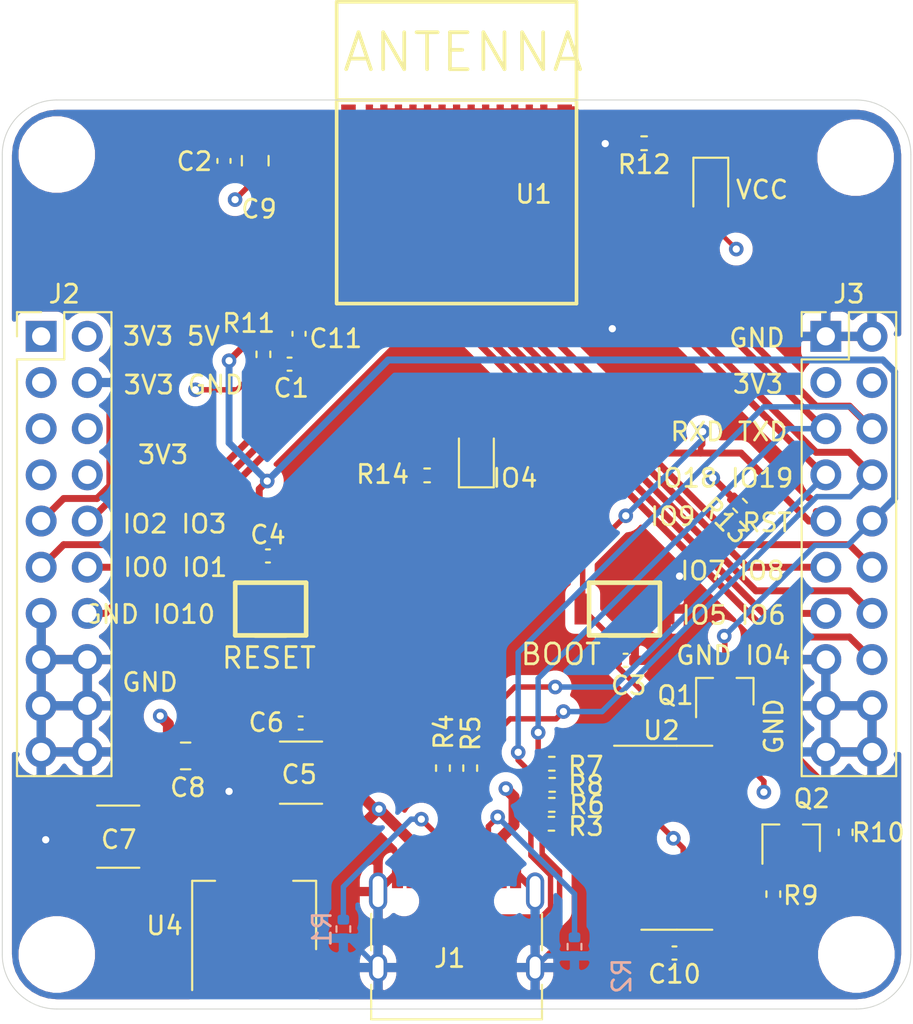
<source format=kicad_pcb>
(kicad_pcb (version 20171130) (host pcbnew "(5.1.12-1-10_14)")
  (layers (0 F.Cu signal) (1 In1.Cu signal) (2 In2.Cu signal) (31 B.Cu signal) (34 B.Paste user) (35 F.Paste user) (36 B.SilkS user) (37 F.SilkS user) (38 B.Mask user) (39 F.Mask user) (44 Edge.Cuts user))
  (net 0 "")
  (net 1 GND)
  (net 2 +3V3)
  (net 3 +5V)
  (net 4 "Net-(J1-PadA5)")
  (net 5 "Net-(J1-PadA7)")
  (net 6 "Net-(J1-PadA6)")
  (net 7 "Net-(J1-PadB5)")
  (net 8 "Net-(Q1-Pad2)")
  (net 9 /RTS)
  (net 10 "Net-(Q2-Pad2)")
  (net 11 /DTR)
  (net 12 /DM)
  (net 13 /DP)
  (net 14 "Net-(R7-Pad1)")
  (net 15 "Net-(R8-Pad1)")
  (net 16 GPIO9)
  (net 17 CHIP_PU)
  (net 18 GPIO2)
  (net 19 GPIO0)
  (net 20 GPIO10)
  (net 21 GPIO1)
  (net 22 GPIO3)
  (net 23 U0TXD)
  (net 24 GPIO19)
  (net 25 GPIO7)
  (net 26 GPIO5)
  (net 27 GPIO4)
  (net 28 GPIO6)
  (net 29 GPIO8)
  (net 30 GPIO18)
  (net 31 U0RXD)
  (net 32 "Net-(D1-Pad1)")
  (net 33 "Net-(D2-Pad1)")
  (module Resistor_SMD:R_0402_1005Metric (layer F.Cu) (at 123.38 70.65)
    (fp_text reference R14 (at -2.45 -0.06) (layer F.SilkS))
    (fp_text value 10K)
    (pad 2 smd roundrect (at 0.51 0) (size 0.54 0.64) (layers F.Cu F.Paste F.Mask) (net 33 "Net-(D2-Pad1)"))
    (pad 1 smd roundrect (at -0.51 0) (size 0.54 0.64) (layers F.Cu F.Paste F.Mask) (net 1 GND))
  )
  (module Resistor_SMD:R_0402_1005Metric (layer F.Cu) (at 135.32 52.38 180)
    (fp_text reference R12 (at 0 -1.17) (layer F.SilkS))
    (fp_text value 10K)
    (pad 2 smd roundrect (at 0.51 0 180) (size 0.54 0.64) (layers F.Cu F.Paste F.Mask) (net 1 GND))
    (pad 1 smd roundrect (at -0.51 0 180) (size 0.54 0.64) (layers F.Cu F.Paste F.Mask) (net 32 "Net-(D1-Pad1)"))
  )
  (module LED_SMD:LED_0805_2012Metric (layer F.Cu) (at 126.09 69.62 90)
    (fp_text reference IO4 (at -1.18 2.12 180) (layer F.SilkS))
    (fp_text value LED)
    (pad 2 smd roundrect (at 0.9375 0 90) (size 0.975 1.4) (layers F.Cu F.Paste F.Mask) (net 27 GPIO4))
    (pad 1 smd roundrect (at -0.9375 0 90) (size 0.975 1.4) (layers F.Cu F.Paste F.Mask) (net 33 "Net-(D2-Pad1)"))
  )
  (module LED_SMD:LED_0805_2012Metric (layer F.Cu) (at 138.99 54.86 270)
    (fp_text reference VCC (at 0.08 -2.82 180) (layer F.SilkS))
    (fp_text value LED)
    (pad 2 smd roundrect (at 0.9375 0 270) (size 0.975 1.4) (layers F.Cu F.Paste F.Mask) (net 2 +3V3))
    (pad 1 smd roundrect (at -0.9375 0 270) (size 0.975 1.4) (layers F.Cu F.Paste F.Mask) (net 32 "Net-(D1-Pad1)"))
  )
  (module Capacitor_SMD:C_1812_4532Metric (layer F.Cu) (at 106.38 90.52 180)
    (fp_text reference C7 (at -0.03 -0.16) (layer F.SilkS))
    (fp_text value 10uF)
    (pad 2 smd roundrect (at 2.05 0 180) (size 1.4 3.4) (layers F.Cu F.Paste F.Mask) (roundrect_rratio 0.1785707142857143) (net 1 GND))
    (pad 1 smd roundrect (at -2.05 0 180) (size 1.4 3.4) (layers F.Cu F.Paste F.Mask) (roundrect_rratio 0.1785707142857143) (net 2 +3V3))
  )
  (module Capacitor_SMD:C_1812_4532Metric (layer F.Cu) (at 116.44 87 180)
    (fp_text reference C5 (at 0.1 -0.1) (layer F.SilkS))
    (fp_text value 10uF)
    (pad 2 smd roundrect (at 2.05 0 180) (size 1.4 3.4) (layers F.Cu F.Paste F.Mask) (roundrect_rratio 0.1785707142857143) (net 1 GND))
    (pad 1 smd roundrect (at -2.05 0 180) (size 1.4 3.4) (layers F.Cu F.Paste F.Mask) (roundrect_rratio 0.1785707142857143) (net 3 +5V))
  )
  (module mybays_connector:turtlekey (layer F.Cu) (at 114.77 78)
    (fp_text reference RESET (at -2.78 2.69) (layer F.SilkS) (effects (font (size 1.143 1.143) (thickness 0.1524)) (justify left)))
    (fp_text value SW_SPST)
    (pad 1 smd rect (at -2.29997 0) (size 0.899998 1.699997) (layers F.Cu F.Paste F.Mask) (net 17 CHIP_PU))
    (pad 2 smd rect (at 2.29997 0) (size 0.899998 1.699997) (layers F.Cu F.Paste F.Mask) (net 1 GND))
  )
  (module mybays_connector:turtlekey (layer F.Cu) (at 134.24 78)
    (fp_text reference BOOT (at -5.8 2.49) (layer F.SilkS) (effects (font (size 1.143 1.143) (thickness 0.1524)) (justify left)))
    (fp_text value SW_SPST)
    (pad 1 smd rect (at -2.29997 0) (size 0.899998 1.699997) (layers F.Cu F.Paste F.Mask) (net 16 GPIO9))
    (pad 2 smd rect (at 2.29997 0) (size 0.899998 1.699997) (layers F.Cu F.Paste F.Mask) (net 1 GND))
  )
  (module Connector_PinHeader_2.54mm:PinHeader_2x10_P2.54mm_Vertical (layer F.Cu) (at 145.32 63)
    (fp_text reference J3 (at 1.27 -2.33) (layer F.SilkS))
    (fp_text value Conn_02x10_Odd_Even)
    (pad 20 thru_hole oval (at 2.54 22.86) (size 1.7 1.7) (drill 1) (layers *.Cu *.Mask) (net 1 GND))
    (pad 19 thru_hole oval (at 0 22.86) (size 1.7 1.7) (drill 1) (layers *.Cu *.Mask) (net 1 GND))
    (pad 18 thru_hole oval (at 2.54 20.32) (size 1.7 1.7) (drill 1) (layers *.Cu *.Mask) (net 1 GND))
    (pad 17 thru_hole oval (at 0 20.32) (size 1.7 1.7) (drill 1) (layers *.Cu *.Mask) (net 1 GND))
    (pad 16 thru_hole oval (at 2.54 17.78) (size 1.7 1.7) (drill 1) (layers *.Cu *.Mask) (net 27 GPIO4))
    (pad 15 thru_hole oval (at 0 17.78) (size 1.7 1.7) (drill 1) (layers *.Cu *.Mask) (net 1 GND))
    (pad 14 thru_hole oval (at 2.54 15.24) (size 1.7 1.7) (drill 1) (layers *.Cu *.Mask) (net 28 GPIO6))
    (pad 13 thru_hole oval (at 0 15.24) (size 1.7 1.7) (drill 1) (layers *.Cu *.Mask) (net 26 GPIO5))
    (pad 12 thru_hole oval (at 2.54 12.7) (size 1.7 1.7) (drill 1) (layers *.Cu *.Mask) (net 29 GPIO8))
    (pad 11 thru_hole oval (at 0 12.7) (size 1.7 1.7) (drill 1) (layers *.Cu *.Mask) (net 25 GPIO7))
    (pad 10 thru_hole oval (at 2.54 10.16) (size 1.7 1.7) (drill 1) (layers *.Cu *.Mask) (net 17 CHIP_PU))
    (pad 9 thru_hole oval (at 0 10.16) (size 1.7 1.7) (drill 1) (layers *.Cu *.Mask) (net 16 GPIO9))
    (pad 8 thru_hole oval (at 2.54 7.62) (size 1.7 1.7) (drill 1) (layers *.Cu *.Mask) (net 24 GPIO19))
    (pad 7 thru_hole oval (at 0 7.62) (size 1.7 1.7) (drill 1) (layers *.Cu *.Mask) (net 30 GPIO18))
    (pad 6 thru_hole oval (at 2.54 5.08) (size 1.7 1.7) (drill 1) (layers *.Cu *.Mask) (net 23 U0TXD))
    (pad 5 thru_hole oval (at 0 5.08) (size 1.7 1.7) (drill 1) (layers *.Cu *.Mask) (net 31 U0RXD))
    (pad 4 thru_hole oval (at 2.54 2.54) (size 1.7 1.7) (drill 1) (layers *.Cu *.Mask) (net 2 +3V3))
    (pad 3 thru_hole oval (at 0 2.54) (size 1.7 1.7) (drill 1) (layers *.Cu *.Mask) (net 2 +3V3))
    (pad 2 thru_hole oval (at 2.54 0) (size 1.7 1.7) (drill 1) (layers *.Cu *.Mask) (net 1 GND))
    (pad 1 thru_hole rect (at 0 0) (size 1.7 1.7) (drill 1) (layers *.Cu *.Mask) (net 1 GND))
  )
  (module Connector_PinHeader_2.54mm:PinHeader_2x10_P2.54mm_Vertical (layer F.Cu) (at 102.14 63)
    (fp_text reference J2 (at 1.27 -2.33) (layer F.SilkS))
    (fp_text value Conn_02x10_Odd_Even)
    (pad 20 thru_hole oval (at 2.54 22.86) (size 1.7 1.7) (drill 1) (layers *.Cu *.Mask) (net 1 GND))
    (pad 19 thru_hole oval (at 0 22.86) (size 1.7 1.7) (drill 1) (layers *.Cu *.Mask) (net 1 GND))
    (pad 18 thru_hole oval (at 2.54 20.32) (size 1.7 1.7) (drill 1) (layers *.Cu *.Mask) (net 1 GND))
    (pad 17 thru_hole oval (at 0 20.32) (size 1.7 1.7) (drill 1) (layers *.Cu *.Mask) (net 1 GND))
    (pad 16 thru_hole oval (at 2.54 17.78) (size 1.7 1.7) (drill 1) (layers *.Cu *.Mask) (net 1 GND))
    (pad 15 thru_hole oval (at 0 17.78) (size 1.7 1.7) (drill 1) (layers *.Cu *.Mask) (net 1 GND))
    (pad 14 thru_hole oval (at 2.54 15.24) (size 1.7 1.7) (drill 1) (layers *.Cu *.Mask) (net 20 GPIO10))
    (pad 13 thru_hole oval (at 0 15.24) (size 1.7 1.7) (drill 1) (layers *.Cu *.Mask) (net 1 GND))
    (pad 12 thru_hole oval (at 2.54 12.7) (size 1.7 1.7) (drill 1) (layers *.Cu *.Mask) (net 21 GPIO1))
    (pad 11 thru_hole oval (at 0 12.7) (size 1.7 1.7) (drill 1) (layers *.Cu *.Mask) (net 19 GPIO0))
    (pad 10 thru_hole oval (at 2.54 10.16) (size 1.7 1.7) (drill 1) (layers *.Cu *.Mask) (net 22 GPIO3))
    (pad 9 thru_hole oval (at 0 10.16) (size 1.7 1.7) (drill 1) (layers *.Cu *.Mask) (net 18 GPIO2))
    (pad 8 thru_hole oval (at 2.54 7.62) (size 1.7 1.7) (drill 1) (layers *.Cu *.Mask) (net 2 +3V3))
    (pad 7 thru_hole oval (at 0 7.62) (size 1.7 1.7) (drill 1) (layers *.Cu *.Mask) (net 2 +3V3))
    (pad 6 thru_hole oval (at 2.54 5.08) (size 1.7 1.7) (drill 1) (layers *.Cu *.Mask) (net 2 +3V3))
    (pad 5 thru_hole oval (at 0 5.08) (size 1.7 1.7) (drill 1) (layers *.Cu *.Mask) (net 2 +3V3))
    (pad 4 thru_hole oval (at 2.54 2.54) (size 1.7 1.7) (drill 1) (layers *.Cu *.Mask) (net 1 GND))
    (pad 3 thru_hole oval (at 0 2.54) (size 1.7 1.7) (drill 1) (layers *.Cu *.Mask) (net 2 +3V3))
    (pad 2 thru_hole oval (at 2.54 0) (size 1.7 1.7) (drill 1) (layers *.Cu *.Mask) (net 3 +5V))
    (pad 1 thru_hole rect (at 0 0) (size 1.7 1.7) (drill 1) (layers *.Cu *.Mask) (net 2 +3V3))
  )
  (module MountingHole:MountingHole_3.2mm_M3_ISO7380 (layer F.Cu) (at 147 97)
    (fp_text reference H4 (at 0.03 -0.05) (layer F.SilkS))
    (fp_text value MountingHole)
    (pad 1 np_thru_hole circle (at 0 0) (size 3.2 3.2) (drill 3.2) (layers *.Cu *.Mask))
  )
  (module MountingHole:MountingHole_3.2mm_M3_ISO7380 (layer F.Cu) (at 146.96 53.17)
    (fp_text reference H3 (at 0.02 0.09) (layer F.SilkS))
    (fp_text value MountingHole)
    (pad 1 np_thru_hole circle (at 0 0) (size 3.2 3.2) (drill 3.2) (layers *.Cu *.Mask))
  )
  (module MountingHole:MountingHole_3.2mm_M3_ISO7380 (layer F.Cu) (at 103 97)
    (fp_text reference H2 (at 0.05 0.12) (layer F.SilkS))
    (fp_text value MountingHole)
    (pad 1 np_thru_hole circle (at 0 0) (size 3.2 3.2) (drill 3.2) (layers *.Cu *.Mask))
  )
  (module MountingHole:MountingHole_3.2mm_M3_ISO7380 (layer F.Cu) (at 103 53)
    (fp_text reference H1 (at -0.03 -0.03) (layer F.SilkS))
    (fp_text value MountingHole)
    (pad 1 np_thru_hole circle (at 0 0) (size 3.2 3.2) (drill 3.2) (layers *.Cu *.Mask))
  )
  (module Package_TO_SOT_SMD:SOT-223-3_TabPin2 (layer F.Cu) (at 113.86 94.86 90)
    (fp_text reference U4 (at -0.56 -4.93 180) (layer F.SilkS))
    (fp_text value AP1117-33)
    (pad 1 smd rect (at -3.15 -2.3 90) (size 2 1.5) (layers F.Cu F.Paste F.Mask) (net 1 GND))
    (pad 3 smd rect (at -3.15 2.3 90) (size 2 1.5) (layers F.Cu F.Paste F.Mask) (net 3 +5V))
    (pad 2 smd rect (at -3.15 0 90) (size 2 1.5) (layers F.Cu F.Paste F.Mask) (net 2 +3V3))
    (pad 2 smd rect (at 3.15 0 90) (size 2 3.8) (layers F.Cu F.Paste F.Mask) (net 2 +3V3))
  )
  (module Package_SO:SOIC-16_3.9x9.9mm_P1.27mm (layer F.Cu) (at 137.12 90.58)
    (fp_text reference U2 (at -0.85 -5.9) (layer F.SilkS))
    (fp_text value CH340C)
    (pad 16 smd roundrect (at 2.475 -4.445) (size 1.95 0.6) (layers F.Cu F.Paste F.Mask) (net 2 +3V3))
    (pad 15 smd roundrect (at 2.475 -3.175) (size 1.95 0.6) (layers F.Cu F.Paste F.Mask))
    (pad 14 smd roundrect (at 2.475 -1.905) (size 1.95 0.6) (layers F.Cu F.Paste F.Mask) (net 9 /RTS))
    (pad 13 smd roundrect (at 2.475 -0.635) (size 1.95 0.6) (layers F.Cu F.Paste F.Mask) (net 11 /DTR))
    (pad 12 smd roundrect (at 2.475 0.635) (size 1.95 0.6) (layers F.Cu F.Paste F.Mask))
    (pad 11 smd roundrect (at 2.475 1.905) (size 1.95 0.6) (layers F.Cu F.Paste F.Mask))
    (pad 10 smd roundrect (at 2.475 3.175) (size 1.95 0.6) (layers F.Cu F.Paste F.Mask))
    (pad 9 smd roundrect (at 2.475 4.445) (size 1.95 0.6) (layers F.Cu F.Paste F.Mask))
    (pad 8 smd roundrect (at -2.475 4.445) (size 1.95 0.6) (layers F.Cu F.Paste F.Mask))
    (pad 7 smd roundrect (at -2.475 3.175) (size 1.95 0.6) (layers F.Cu F.Paste F.Mask))
    (pad 6 smd roundrect (at -2.475 1.905) (size 1.95 0.6) (layers F.Cu F.Paste F.Mask) (net 12 /DM))
    (pad 5 smd roundrect (at -2.475 0.635) (size 1.95 0.6) (layers F.Cu F.Paste F.Mask) (net 13 /DP))
    (pad 4 smd roundrect (at -2.475 -0.635) (size 1.95 0.6) (layers F.Cu F.Paste F.Mask) (net 2 +3V3))
    (pad 3 smd roundrect (at -2.475 -1.905) (size 1.95 0.6) (layers F.Cu F.Paste F.Mask) (net 15 "Net-(R8-Pad1)"))
    (pad 2 smd roundrect (at -2.475 -3.175) (size 1.95 0.6) (layers F.Cu F.Paste F.Mask) (net 14 "Net-(R7-Pad1)"))
    (pad 1 smd roundrect (at -2.475 -4.445) (size 1.95 0.6) (layers F.Cu F.Paste F.Mask) (net 1 GND))
  )
  (module mybays_modules:ESP32-C3-MINI (layer F.Cu) (at 125 55.6)
    (fp_text reference U1 (at 4.24 -0.42) (layer F.SilkS))
    (fp_text value ESP32-C3-MINI-1)
    (fp_text user ANTENNA (at -6.400038 -8.224012) (layer F.SilkS) (effects (font (size 2.032 2.032) (thickness 0.2032)) (justify left)))
    (pad 46 smd rect (at -3.199892 -4.949952 90) (size 0.799998 0.399999) (layers F.Cu F.Paste F.Mask) (net 1 GND))
    (pad 45 smd rect (at -2.399792 -4.949952 90) (size 0.799998 0.399999) (layers F.Cu F.Paste F.Mask) (net 1 GND))
    (pad 44 smd rect (at -1.599946 -4.949952 90) (size 0.799998 0.399999) (layers F.Cu F.Paste F.Mask) (net 1 GND))
    (pad 43 smd rect (at -0.799846 -4.949952 90) (size 0.799998 0.399999) (layers F.Cu F.Paste F.Mask) (net 1 GND))
    (pad 42 smd rect (at 0.000254 -4.949952 90) (size 0.799998 0.399999) (layers F.Cu F.Paste F.Mask) (net 1 GND))
    (pad 41 smd rect (at 0.8001 -4.949952 90) (size 0.799998 0.399999) (layers F.Cu F.Paste F.Mask) (net 1 GND))
    (pad 40 smd rect (at 1.6002 -4.949952 90) (size 0.799998 0.399999) (layers F.Cu F.Paste F.Mask) (net 1 GND))
    (pad 39 smd rect (at 2.400046 -4.949952 90) (size 0.799998 0.399999) (layers F.Cu F.Paste F.Mask) (net 1 GND))
    (pad 38 smd rect (at 3.200146 -4.949952 90) (size 0.799998 0.399999) (layers F.Cu F.Paste F.Mask) (net 1 GND))
    (pad 37 smd rect (at 3.999992 -4.949952 90) (size 0.799998 0.399999) (layers F.Cu F.Paste F.Mask) (net 1 GND))
    (pad 36 smd rect (at 4.800092 -4.949952 90) (size 0.799998 0.399999) (layers F.Cu F.Paste F.Mask) (net 1 GND))
    (pad 30 smd rect (at 5.94995 0 180) (size 0.799998 0.399999) (layers F.Cu F.Paste F.Mask) (net 31 U0RXD))
    (pad 29 smd rect (at 5.94995 0.8001 180) (size 0.799998 0.399999) (layers F.Cu F.Paste F.Mask))
    (pad 28 smd rect (at 5.94995 1.599946 180) (size 0.799998 0.399999) (layers F.Cu F.Paste F.Mask))
    (pad 27 smd rect (at 5.94995 2.400046 180) (size 0.799998 0.399999) (layers F.Cu F.Paste F.Mask) (net 24 GPIO19))
    (pad 26 smd rect (at 5.94995 3.200146 180) (size 0.799998 0.399999) (layers F.Cu F.Paste F.Mask) (net 30 GPIO18))
    (pad 25 smd rect (at 5.94995 3.999992 180) (size 0.799998 0.399999) (layers F.Cu F.Paste F.Mask))
    (pad 12 smd rect (at -4.800092 4.949952 90) (size 0.799998 0.399999) (layers F.Cu F.Paste F.Mask) (net 19 GPIO0))
    (pad 13 smd rect (at -3.999992 4.949952 90) (size 0.799998 0.399999) (layers F.Cu F.Paste F.Mask) (net 21 GPIO1))
    (pad 14 smd rect (at -3.200146 4.949952 90) (size 0.799998 0.399999) (layers F.Cu F.Paste F.Mask) (net 1 GND))
    (pad 15 smd rect (at -2.400046 4.949952 90) (size 0.799998 0.399999) (layers F.Cu F.Paste F.Mask))
    (pad 49 smd rect (at 0 0) (size 1.45001 1.45001) (layers F.Cu F.Paste F.Mask) (net 1 GND))
    (pad 53 smd rect (at -5.94995 -4.949952) (size 0.799998 0.799998) (layers F.Cu F.Paste F.Mask))
    (pad 52 smd rect (at -5.94995 4.949952) (size 0.799998 0.799998) (layers F.Cu F.Paste F.Mask) (net 1 GND))
    (pad 51 smd rect (at 5.94995 4.949952) (size 0.799998 0.799998) (layers F.Cu F.Paste F.Mask) (net 1 GND))
    (pad 50 smd rect (at 5.94995 -4.949952) (size 0.799998 0.799998) (layers F.Cu F.Paste F.Mask) (net 1 GND))
    (pad 1 smd rect (at -5.94995 -3.999992) (size 0.799998 0.399999) (layers F.Cu F.Paste F.Mask) (net 1 GND))
    (pad 2 smd rect (at -5.94995 -3.199892) (size 0.799998 0.399999) (layers F.Cu F.Paste F.Mask) (net 1 GND))
    (pad 3 smd rect (at -5.94995 -2.400046) (size 0.799998 0.399999) (layers F.Cu F.Paste F.Mask) (net 2 +3V3))
    (pad 4 smd rect (at -5.94995 -1.599946) (size 0.799998 0.399999) (layers F.Cu F.Paste F.Mask))
    (pad 5 smd rect (at -5.94995 -0.8001) (size 0.799998 0.399999) (layers F.Cu F.Paste F.Mask) (net 18 GPIO2))
    (pad 6 smd rect (at -5.94995 0) (size 0.799998 0.399999) (layers F.Cu F.Paste F.Mask) (net 22 GPIO3))
    (pad 7 smd rect (at -5.94995 0.799846) (size 0.799998 0.399999) (layers F.Cu F.Paste F.Mask))
    (pad 8 smd rect (at -5.94995 1.599946) (size 0.799998 0.399999) (layers F.Cu F.Paste F.Mask) (net 17 CHIP_PU))
    (pad 9 smd rect (at -5.94995 2.400046) (size 0.799998 0.399999) (layers F.Cu F.Paste F.Mask))
    (pad 10 smd rect (at -5.94995 3.199892) (size 0.799998 0.399999) (layers F.Cu F.Paste F.Mask))
    (pad 11 smd rect (at -5.94995 3.999992) (size 0.799998 0.399999) (layers F.Cu F.Paste F.Mask) (net 1 GND))
    (pad 16 smd rect (at -1.599946 4.949952 90) (size 0.799998 0.399999) (layers F.Cu F.Paste F.Mask) (net 20 GPIO10))
    (pad 17 smd rect (at -0.799846 4.949952 90) (size 0.799998 0.399999) (layers F.Cu F.Paste F.Mask))
    (pad 18 smd rect (at 0 4.949952 90) (size 0.799998 0.399999) (layers F.Cu F.Paste F.Mask) (net 27 GPIO4))
    (pad 19 smd rect (at 0.8001 4.949952 90) (size 0.799998 0.399999) (layers F.Cu F.Paste F.Mask) (net 26 GPIO5))
    (pad 20 smd rect (at 1.599946 4.949952 90) (size 0.799998 0.399999) (layers F.Cu F.Paste F.Mask) (net 28 GPIO6))
    (pad 21 smd rect (at 2.400046 4.949952 90) (size 0.799998 0.399999) (layers F.Cu F.Paste F.Mask) (net 25 GPIO7))
    (pad 22 smd rect (at 3.199892 4.949952 90) (size 0.799998 0.399999) (layers F.Cu F.Paste F.Mask) (net 29 GPIO8))
    (pad 23 smd rect (at 3.999992 4.949952 90) (size 0.799998 0.399999) (layers F.Cu F.Paste F.Mask) (net 16 GPIO9))
    (pad 24 smd rect (at 4.800092 4.949952 90) (size 0.799998 0.399999) (layers F.Cu F.Paste F.Mask))
    (pad 31 smd rect (at 5.94995 -0.799846) (size 0.799998 0.399999) (layers F.Cu F.Paste F.Mask) (net 23 U0TXD))
    (pad 32 smd rect (at 5.94995 -1.599946) (size 0.799998 0.399999) (layers F.Cu F.Paste F.Mask))
    (pad 33 smd rect (at 5.94995 -2.399792) (size 0.799998 0.399999) (layers F.Cu F.Paste F.Mask))
    (pad 34 smd rect (at 5.94995 -3.200146) (size 0.799998 0.399999) (layers F.Cu F.Paste F.Mask))
    (pad 35 smd rect (at 5.94995 -3.999992) (size 0.799998 0.399999) (layers F.Cu F.Paste F.Mask))
    (pad 47 smd rect (at -3.999992 -4.949952 90) (size 0.799998 0.399999) (layers F.Cu F.Paste F.Mask) (net 1 GND))
    (pad 48 smd rect (at -4.799838 -4.949952 90) (size 0.799998 0.399999) (layers F.Cu F.Paste F.Mask) (net 1 GND))
    (pad 49 smd rect (at 1.975104 0) (size 1.45001 1.45001) (layers F.Cu F.Paste F.Mask) (net 1 GND))
    (pad 49 smd rect (at 1.975104 -1.975104) (size 1.45001 1.45001) (layers F.Cu F.Paste F.Mask) (net 1 GND))
    (pad 49 smd rect (at 0 -1.975104) (size 1.45001 1.45001) (layers F.Cu F.Paste F.Mask) (net 1 GND))
    (pad 49 smd rect (at -1.975104 0) (size 1.45001 1.45001) (layers F.Cu F.Paste F.Mask) (net 1 GND))
    (pad 49 smd rect (at -1.975104 1.975104) (size 1.45001 1.45001) (layers F.Cu F.Paste F.Mask) (net 1 GND))
    (pad 49 smd rect (at 0 1.975104) (size 1.45001 1.45001) (layers F.Cu F.Paste F.Mask) (net 1 GND))
    (pad 49 smd rect (at 1.975104 1.975104) (size 1.45001 1.45001) (layers F.Cu F.Paste F.Mask) (net 1 GND))
    (pad 49 smd custom (at -1.975028 -1.975028) (size 0 0) (layers F.Cu F.Paste F.Mask) (net 1 GND) (options (clearance outline) (anchor circle)) (primitives (gr_poly (pts (xy -0.724967 -0.124968) (xy -0.124968 -0.724967) (xy 0.725018 -0.724967) (xy 0.725018 0.725018) (xy -0.724967 0.725018)) (width 0))))
  )
  (module Resistor_SMD:R_0402_1005Metric (layer F.Cu) (at 140.6 72.31 135)
    (fp_text reference R13 (at 0 -1.17 135) (layer F.SilkS))
    (fp_text value 10K)
    (pad 2 smd roundrect (at 0.51 0 135) (size 0.54 0.64) (layers F.Cu F.Paste F.Mask) (net 2 +3V3))
    (pad 1 smd roundrect (at -0.51 0 135) (size 0.54 0.64) (layers F.Cu F.Paste F.Mask) (net 29 GPIO8))
  )
  (module Resistor_SMD:R_0402_1005Metric (layer F.Cu) (at 114.37 63.99 90)
    (fp_text reference R11 (at 1.71 -0.81 180) (layer F.SilkS))
    (fp_text value 10K)
    (pad 2 smd roundrect (at 0.51 0 90) (size 0.54 0.64) (layers F.Cu F.Paste F.Mask) (net 17 CHIP_PU))
    (pad 1 smd roundrect (at -0.51 0 90) (size 0.54 0.64) (layers F.Cu F.Paste F.Mask) (net 2 +3V3))
  )
  (module Resistor_SMD:R_0402_1005Metric (layer F.Cu) (at 146.41 90.28 270)
    (fp_text reference R10 (at 0.02 -1.8 180) (layer F.SilkS))
    (fp_text value 10K)
    (pad 2 smd roundrect (at 0.51 0 270) (size 0.54 0.64) (layers F.Cu F.Paste F.Mask) (net 10 "Net-(Q2-Pad2)"))
    (pad 1 smd roundrect (at -0.51 0 270) (size 0.54 0.64) (layers F.Cu F.Paste F.Mask) (net 9 /RTS))
  )
  (module Resistor_SMD:R_0402_1005Metric (layer F.Cu) (at 142.43 93.68 270)
    (fp_text reference R9 (at 0.08 -1.51 180) (layer F.SilkS))
    (fp_text value 10K)
    (pad 2 smd roundrect (at 0.51 0 270) (size 0.54 0.64) (layers F.Cu F.Paste F.Mask) (net 8 "Net-(Q1-Pad2)"))
    (pad 1 smd roundrect (at -0.51 0 270) (size 0.54 0.64) (layers F.Cu F.Paste F.Mask) (net 11 /DTR))
  )
  (module Resistor_SMD:R_0402_1005Metric (layer F.Cu) (at 130.26 87.67 180)
    (fp_text reference R8 (at -1.86 -0.01) (layer F.SilkS))
    (fp_text value 0)
    (pad 2 smd roundrect (at 0.51 0 180) (size 0.54 0.64) (layers F.Cu F.Paste F.Mask) (net 23 U0TXD))
    (pad 1 smd roundrect (at -0.51 0 180) (size 0.54 0.64) (layers F.Cu F.Paste F.Mask) (net 15 "Net-(R8-Pad1)"))
  )
  (module Resistor_SMD:R_0402_1005Metric (layer F.Cu) (at 130.24 86.51 180)
    (fp_text reference R7 (at -1.87 -0.12) (layer F.SilkS))
    (fp_text value 0)
    (pad 2 smd roundrect (at 0.51 0 180) (size 0.54 0.64) (layers F.Cu F.Paste F.Mask) (net 31 U0RXD))
    (pad 1 smd roundrect (at -0.51 0 180) (size 0.54 0.64) (layers F.Cu F.Paste F.Mask) (net 14 "Net-(R7-Pad1)"))
  )
  (module Resistor_SMD:R_0402_1005Metric (layer F.Cu) (at 130.24 88.77)
    (fp_text reference R6 (at 1.94 0) (layer F.SilkS))
    (fp_text value 0)
    (pad 2 smd roundrect (at 0.51 0) (size 0.54 0.64) (layers F.Cu F.Paste F.Mask) (net 13 /DP))
    (pad 1 smd roundrect (at -0.51 0) (size 0.54 0.64) (layers F.Cu F.Paste F.Mask) (net 6 "Net-(J1-PadA6)"))
  )
  (module Resistor_SMD:R_0402_1005Metric (layer F.Cu) (at 125.75 86.75 90)
    (fp_text reference R5 (at 1.91 0.03 90) (layer F.SilkS))
    (fp_text value NC)
    (pad 2 smd roundrect (at 0.51 0 90) (size 0.54 0.64) (layers F.Cu F.Paste F.Mask) (net 24 GPIO19))
    (pad 1 smd roundrect (at -0.51 0 90) (size 0.54 0.64) (layers F.Cu F.Paste F.Mask) (net 6 "Net-(J1-PadA6)"))
  )
  (module Resistor_SMD:R_0402_1005Metric (layer F.Cu) (at 124.25 86.75 90)
    (fp_text reference R4 (at 1.99 0.04 90) (layer F.SilkS))
    (fp_text value NC)
    (pad 2 smd roundrect (at 0.51 0 90) (size 0.54 0.64) (layers F.Cu F.Paste F.Mask) (net 30 GPIO18))
    (pad 1 smd roundrect (at -0.51 0 90) (size 0.54 0.64) (layers F.Cu F.Paste F.Mask) (net 5 "Net-(J1-PadA7)"))
  )
  (module Resistor_SMD:R_0402_1005Metric (layer F.Cu) (at 130.22 89.81)
    (fp_text reference R3 (at 1.9 0.15) (layer F.SilkS))
    (fp_text value 0)
    (pad 2 smd roundrect (at 0.51 0) (size 0.54 0.64) (layers F.Cu F.Paste F.Mask) (net 12 /DM))
    (pad 1 smd roundrect (at -0.51 0) (size 0.54 0.64) (layers F.Cu F.Paste F.Mask) (net 5 "Net-(J1-PadA7)"))
  )
  (module Resistor_SMD:R_0402_1005Metric (layer B.Cu) (at 131.49 96.57 270)
    (fp_text reference R2 (at 1.61 -2.6 270) (layer B.SilkS) (effects (justify mirror)))
    (fp_text value 5K)
    (pad 2 smd roundrect (at 0.51 0 270) (size 0.54 0.64) (layers B.Cu B.Paste B.Mask) (net 1 GND))
    (pad 1 smd roundrect (at -0.51 0 270) (size 0.54 0.64) (layers B.Cu B.Paste B.Mask) (net 7 "Net-(J1-PadB5)"))
  )
  (module Resistor_SMD:R_0402_1005Metric (layer B.Cu) (at 118.77 95.6 270)
    (fp_text reference R1 (at 0 1.17 270) (layer B.SilkS) (effects (justify mirror)))
    (fp_text value 5K)
    (pad 2 smd roundrect (at 0.51 0 270) (size 0.54 0.64) (layers B.Cu B.Paste B.Mask) (net 1 GND))
    (pad 1 smd roundrect (at -0.51 0 270) (size 0.54 0.64) (layers B.Cu B.Paste B.Mask) (net 4 "Net-(J1-PadA5)"))
  )
  (module Package_TO_SOT_SMD:SOT-23 (layer F.Cu) (at 143.41 90.61 90)
    (fp_text reference Q2 (at 2.18 1.13 180) (layer F.SilkS))
    (fp_text value S8050)
    (pad 3 smd rect (at 1 0 90) (size 0.9 0.8) (layers F.Cu F.Paste F.Mask) (net 16 GPIO9))
    (pad 2 smd rect (at -1 0.95 90) (size 0.9 0.8) (layers F.Cu F.Paste F.Mask) (net 10 "Net-(Q2-Pad2)"))
    (pad 1 smd rect (at -1 -0.95 90) (size 0.9 0.8) (layers F.Cu F.Paste F.Mask) (net 11 /DTR))
  )
  (module Package_TO_SOT_SMD:SOT-23 (layer F.Cu) (at 139.76 82.55 90)
    (fp_text reference Q1 (at -0.2 -2.72 180) (layer F.SilkS))
    (fp_text value S8050)
    (pad 3 smd rect (at 1 0 90) (size 0.9 0.8) (layers F.Cu F.Paste F.Mask) (net 17 CHIP_PU))
    (pad 2 smd rect (at -1 0.95 90) (size 0.9 0.8) (layers F.Cu F.Paste F.Mask) (net 8 "Net-(Q1-Pad2)"))
    (pad 1 smd rect (at -1 -0.95 90) (size 0.9 0.8) (layers F.Cu F.Paste F.Mask) (net 9 /RTS))
  )
  (module mybays_connector:USB_C (layer F.Cu) (at 125 96.67)
    (fp_text reference J1 (at -0.38 0.54) (layer F.SilkS))
    (fp_text value USB_C)
    (pad B1 smd rect (at 3.25 -4.045) (size 0.6 1.45) (layers F.Cu F.Paste F.Mask) (net 1 GND))
    (pad A9 smd rect (at 2.45 -4.045) (size 0.6 1.45) (layers F.Cu F.Paste F.Mask) (net 3 +5V))
    (pad B9 smd rect (at -2.45 -4.045) (size 0.6 1.45) (layers F.Cu F.Paste F.Mask) (net 3 +5V))
    (pad B12 smd rect (at -3.25 -4.045) (size 0.6 1.45) (layers F.Cu F.Paste F.Mask) (net 1 GND))
    (pad A1 smd rect (at -3.25 -4.045) (size 0.6 1.45) (layers F.Cu F.Paste F.Mask) (net 1 GND))
    (pad A4 smd rect (at -2.45 -4.045) (size 0.6 1.45) (layers F.Cu F.Paste F.Mask) (net 3 +5V))
    (pad B4 smd rect (at 2.45 -4.045) (size 0.6 1.45) (layers F.Cu F.Paste F.Mask) (net 3 +5V))
    (pad A12 smd rect (at 3.25 -4.045) (size 0.6 1.45) (layers F.Cu F.Paste F.Mask) (net 1 GND))
    (pad B8 smd rect (at -1.75 -4.045) (size 0.3 1.45) (layers F.Cu F.Paste F.Mask))
    (pad A5 smd rect (at -1.25 -4.045) (size 0.3 1.45) (layers F.Cu F.Paste F.Mask) (net 4 "Net-(J1-PadA5)"))
    (pad B7 smd rect (at -0.75 -4.045) (size 0.3 1.45) (layers F.Cu F.Paste F.Mask) (net 5 "Net-(J1-PadA7)"))
    (pad A7 smd rect (at 0.25 -4.045) (size 0.3 1.45) (layers F.Cu F.Paste F.Mask) (net 5 "Net-(J1-PadA7)"))
    (pad B6 smd rect (at 0.75 -4.045) (size 0.3 1.45) (layers F.Cu F.Paste F.Mask) (net 6 "Net-(J1-PadA6)"))
    (pad A8 smd rect (at 1.25 -4.045) (size 0.3 1.45) (layers F.Cu F.Paste F.Mask))
    (pad B5 smd rect (at 1.75 -4.045) (size 0.3 1.45) (layers F.Cu F.Paste F.Mask) (net 7 "Net-(J1-PadB5)"))
    (pad A6 smd rect (at -0.25 -4.045) (size 0.3 1.45) (layers F.Cu F.Paste F.Mask) (net 6 "Net-(J1-PadA6)"))
    (pad S1 thru_hole oval (at 4.32 -3.13) (size 1 2.1) (drill oval 0.6 1.7) (layers *.Cu *.Mask) (net 1 GND))
    (pad S1 thru_hole oval (at -4.32 -3.13) (size 1 2.1) (drill oval 0.6 1.7) (layers *.Cu *.Mask) (net 1 GND))
    (pad "" np_thru_hole circle (at -2.89 -2.6) (size 0.65 0.65) (drill 0.65) (layers *.Cu *.Mask))
    (pad S1 thru_hole oval (at -4.32 1.05) (size 1 1.6) (drill oval 0.6 1.2) (layers *.Cu *.Mask) (net 1 GND))
    (pad "" np_thru_hole circle (at 2.89 -2.6) (size 0.65 0.65) (drill 0.65) (layers *.Cu *.Mask))
    (pad S1 thru_hole oval (at 4.32 1.05) (size 1 1.6) (drill oval 0.6 1.2) (layers *.Cu *.Mask) (net 1 GND))
  )
  (module Capacitor_SMD:C_0402_1005Metric (layer F.Cu) (at 116.33 62.86 270)
    (fp_text reference C11 (at 0.26 -2.02 180) (layer F.SilkS))
    (fp_text value 1uF)
    (pad 2 smd roundrect (at 0.48 0 270) (size 0.56 0.62) (layers F.Cu F.Paste F.Mask) (net 1 GND))
    (pad 1 smd roundrect (at -0.48 0 270) (size 0.56 0.62) (layers F.Cu F.Paste F.Mask) (net 17 CHIP_PU))
  )
  (module Capacitor_SMD:C_0402_1005Metric (layer F.Cu) (at 136.99 96.92 180)
    (fp_text reference C10 (at 0 -1.16) (layer F.SilkS))
    (fp_text value 0.1uF)
    (pad 2 smd roundrect (at 0.48 0 180) (size 0.56 0.62) (layers F.Cu F.Paste F.Mask) (net 1 GND))
    (pad 1 smd roundrect (at -0.48 0 180) (size 0.56 0.62) (layers F.Cu F.Paste F.Mask) (net 2 +3V3))
  )
  (module Capacitor_SMD:C_0805_2012Metric (layer F.Cu) (at 113.92 53.34 90)
    (fp_text reference C9 (at -2.66 0.21 180) (layer F.SilkS))
    (fp_text value 10uF)
    (pad 2 smd roundrect (at 0.95 0 90) (size 1 1.45) (layers F.Cu F.Paste F.Mask) (net 1 GND))
    (pad 1 smd roundrect (at -0.95 0 90) (size 1 1.45) (layers F.Cu F.Paste F.Mask) (net 2 +3V3))
  )
  (module Capacitor_SMD:C_0805_2012Metric (layer F.Cu) (at 110.09 86.08)
    (fp_text reference C8 (at 0.12 1.74) (layer F.SilkS))
    (fp_text value 10uF)
    (pad 2 smd roundrect (at 0.95 0) (size 1 1.45) (layers F.Cu F.Paste F.Mask) (net 1 GND))
    (pad 1 smd roundrect (at -0.95 0) (size 1 1.45) (layers F.Cu F.Paste F.Mask) (net 2 +3V3))
  )
  (module Capacitor_SMD:C_0402_1005Metric (layer F.Cu) (at 116.42 84.27 180)
    (fp_text reference C6 (at 1.89 0.03) (layer F.SilkS))
    (fp_text value 0.1uF)
    (pad 2 smd roundrect (at 0.48 0 180) (size 0.56 0.62) (layers F.Cu F.Paste F.Mask) (net 1 GND))
    (pad 1 smd roundrect (at -0.48 0 180) (size 0.56 0.62) (layers F.Cu F.Paste F.Mask) (net 3 +5V))
  )
  (module Capacitor_SMD:C_0402_1005Metric (layer F.Cu) (at 114.62 75.08)
    (fp_text reference C4 (at 0 -1.16) (layer F.SilkS))
    (fp_text value 0.1uF)
    (pad 2 smd roundrect (at 0.48 0) (size 0.56 0.62) (layers F.Cu F.Paste F.Mask) (net 1 GND))
    (pad 1 smd roundrect (at -0.48 0) (size 0.56 0.62) (layers F.Cu F.Paste F.Mask) (net 17 CHIP_PU))
  )
  (module Capacitor_SMD:C_0402_1005Metric (layer F.Cu) (at 134.3 80.82)
    (fp_text reference C3 (at 0.17 1.39) (layer F.SilkS))
    (fp_text value 0.1uF)
    (pad 2 smd roundrect (at 0.48 0) (size 0.56 0.62) (layers F.Cu F.Paste F.Mask) (net 1 GND))
    (pad 1 smd roundrect (at -0.48 0) (size 0.56 0.62) (layers F.Cu F.Paste F.Mask) (net 16 GPIO9))
  )
  (module Capacitor_SMD:C_0402_1005Metric (layer F.Cu) (at 112.2 53.35 90)
    (fp_text reference C2 (at -0.03 -1.63 180) (layer F.SilkS))
    (fp_text value 0.1uF)
    (pad 2 smd roundrect (at 0.48 0 90) (size 0.56 0.62) (layers F.Cu F.Paste F.Mask) (net 1 GND))
    (pad 1 smd roundrect (at -0.48 0 90) (size 0.56 0.62) (layers F.Cu F.Paste F.Mask) (net 2 +3V3))
  )
  (module Capacitor_SMD:C_0402_1005Metric (layer F.Cu) (at 115.81 64.53)
    (fp_text reference C1 (at 0.09 1.32) (layer F.SilkS))
    (fp_text value 0.1uF)
    (pad 2 smd roundrect (at 0.48 0) (size 0.56 0.62) (layers F.Cu F.Paste F.Mask) (net 1 GND))
    (pad 1 smd roundrect (at -0.48 0) (size 0.56 0.62) (layers F.Cu F.Paste F.Mask) (net 2 +3V3))
  )
  (gr_text GND (at 142.46 84.45 90) (layer F.SilkS) (effects (font (size 1 1))))
  (gr_text "GND IO4" (at 140.23 80.55) (layer F.SilkS) (effects (font (size 1 1))))
  (gr_text "IO5 IO6" (at 140.25 78.34) (layer F.SilkS) (effects (font (size 1 1))))
  (gr_text "IO7 IO8" (at 140.18 75.9) (layer F.SilkS) (effects (font (size 1 1))))
  (gr_text RST (at 142.08 73.25) (layer F.SilkS) (effects (font (size 1 1))))
  (gr_text IO9 (at 136.9 72.91) (layer F.SilkS) (effects (font (size 1 1))))
  (gr_text "IO18 IO19" (at 139.72 70.8) (layer F.SilkS) (effects (font (size 1 1))))
  (gr_text "RXD TXD" (at 139.99 68.25) (layer F.SilkS) (effects (font (size 1 1))))
  (gr_text 3V3 (at 141.59 65.63) (layer F.SilkS) (effects (font (size 1 1))))
  (gr_text GND (at 141.53 63.09) (layer F.SilkS) (effects (font (size 1 1))))
  (gr_text "3V3 5V" (at 109.31 62.99) (layer F.SilkS) (effects (font (size 1 1))))
  (gr_text "3V3 GND" (at 109.97 65.67) (layer F.SilkS) (effects (font (size 1 1))))
  (gr_text 3V3 (at 108.85 69.51) (layer F.SilkS) (effects (font (size 1 1))))
  (gr_text "IO2 IO3" (at 109.48 73.32) (layer F.SilkS) (effects (font (size 1 1))))
  (gr_text "IO0 IO1" (at 109.52 75.71) (layer F.SilkS) (effects (font (size 1 1))))
  (gr_text GND (at 108.13 82.03) (layer F.SilkS) (effects (font (size 1 1))))
  (gr_text "GND IO10" (at 108.09 78.29) (layer F.SilkS) (effects (font (size 1 1))))
  (gr_arc (start 103 97) (end 100 97) (angle -90) (layer Edge.Cuts) (width 0.05))
  (gr_arc (start 147 97) (end 147 100) (angle -90) (layer Edge.Cuts) (width 0.05))
  (gr_arc (start 147 53) (end 150 53) (angle -90) (layer Edge.Cuts) (width 0.05))
  (gr_arc (start 103 53) (end 103 50) (angle -90) (layer Edge.Cuts) (width 0.05))
  (gr_line (start 150 53) (end 150 97) (layer Edge.Cuts) (width 0.05))
  (gr_line (start 103 50) (end 147 50) (layer Edge.Cuts) (width 0.05))
  (gr_line (start 100 97) (end 100 53) (layer Edge.Cuts) (width 0.05))
  (gr_line (start 147 100) (end 103 100) (layer Edge.Cuts) (width 0.05))
  (segment (start 129.96 97.08) (end 129.32 97.72) (width 0.3) (layer B.Cu) (net 1))
  (segment (start 131.49 97.08) (end 129.96 97.08) (width 0.3) (layer B.Cu) (net 1))
  (segment (start 119.07 96.11) (end 120.68 97.72) (width 0.3) (layer B.Cu) (net 1))
  (segment (start 118.77 96.11) (end 119.07 96.11) (width 0.3) (layer B.Cu) (net 1))
  (segment (start 134.78 79.75997) (end 136.53997 78) (width 0.3) (layer F.Cu) (net 1))
  (segment (start 134.78 80.82) (end 134.78 79.75997) (width 0.3) (layer F.Cu) (net 1))
  (segment (start 130.12 96.92) (end 129.32 97.72) (width 0.3) (layer F.Cu) (net 1))
  (segment (start 136.51 96.92) (end 130.12 96.92) (width 0.3) (layer F.Cu) (net 1))
  (via (at 133.57 62.58) (size 0.8) (drill 0.4) (layers F.Cu B.Cu) (net 1))
  (segment (start 119.05005 61.299952) (end 119.05005 60.549952) (width 0.381) (layer F.Cu) (net 1))
  (segment (start 117.010002 63.34) (end 116.33 63.34) (width 0.381) (layer F.Cu) (net 1))
  (segment (start 119.05005 61.299952) (end 117.010002 63.34) (width 0.381) (layer F.Cu) (net 1))
  (segment (start 116.29 63.38) (end 116.33 63.34) (width 0.381) (layer F.Cu) (net 1))
  (segment (start 116.29 64.53) (end 116.29 63.38) (width 0.381) (layer F.Cu) (net 1))
  (segment (start 126.975028 53.624972) (end 126.975104 53.624896) (width 0.381) (layer F.Cu) (net 1))
  (segment (start 123.024972 53.624972) (end 126.975028 53.624972) (width 0.381) (layer F.Cu) (net 1))
  (segment (start 126.975104 53.624896) (end 126.975104 57.575104) (width 0.381) (layer F.Cu) (net 1))
  (segment (start 126.975104 57.575104) (end 123.024896 57.575104) (width 0.381) (layer F.Cu) (net 1))
  (segment (start 123.024896 53.625048) (end 123.024972 53.624972) (width 0.381) (layer F.Cu) (net 1))
  (segment (start 123.024896 57.575104) (end 123.024896 53.625048) (width 0.381) (layer F.Cu) (net 1))
  (segment (start 125 53.624896) (end 125 57.575104) (width 0.381) (layer F.Cu) (net 1))
  (segment (start 123.024896 55.6) (end 126.975104 55.6) (width 0.381) (layer F.Cu) (net 1))
  (segment (start 121.799854 58.800146) (end 123.024896 57.575104) (width 0.381) (layer F.Cu) (net 1))
  (segment (start 121.799854 60.549952) (end 121.799854 58.800146) (width 0.381) (layer F.Cu) (net 1))
  (segment (start 121.000008 59.599992) (end 123.024896 57.575104) (width 0.381) (layer F.Cu) (net 1))
  (segment (start 119.05005 59.599992) (end 121.000008 59.599992) (width 0.381) (layer F.Cu) (net 1))
  (segment (start 119.05005 60.549952) (end 119.05005 59.599992) (width 0.381) (layer F.Cu) (net 1))
  (segment (start 125 50.650302) (end 125.000254 50.650048) (width 0.381) (layer F.Cu) (net 1))
  (segment (start 125 53.624896) (end 125 50.650302) (width 0.381) (layer F.Cu) (net 1))
  (segment (start 130.94995 50.650048) (end 120.200162 50.650048) (width 0.381) (layer F.Cu) (net 1))
  (segment (start 119.05005 51.600008) (end 119.05005 52.400108) (width 0.381) (layer F.Cu) (net 1))
  (segment (start 120.200162 51.002836) (end 120.200162 50.650048) (width 0.381) (layer F.Cu) (net 1))
  (segment (start 119.60299 51.600008) (end 120.200162 51.002836) (width 0.381) (layer F.Cu) (net 1))
  (segment (start 119.05005 51.600008) (end 119.60299 51.600008) (width 0.381) (layer F.Cu) (net 1))
  (segment (start 115.170108 52.400108) (end 115.17 52.4) (width 0.381) (layer F.Cu) (net 1))
  (segment (start 128.405 92.625) (end 129.32 93.54) (width 0.381) (layer F.Cu) (net 1))
  (segment (start 128.25 92.625) (end 128.405 92.625) (width 0.381) (layer F.Cu) (net 1))
  (segment (start 121.595 92.625) (end 120.68 93.54) (width 0.381) (layer F.Cu) (net 1))
  (segment (start 121.75 92.625) (end 121.595 92.625) (width 0.381) (layer F.Cu) (net 1))
  (via (at 133.18 52.4) (size 0.8) (drill 0.4) (layers F.Cu B.Cu) (net 1))
  (segment (start 131.430048 50.650048) (end 133.18 52.4) (width 0.6) (layer F.Cu) (net 1))
  (segment (start 130.94995 50.650048) (end 131.430048 50.650048) (width 0.6) (layer F.Cu) (net 1))
  (via (at 112.48 88.03) (size 0.8) (drill 0.4) (layers F.Cu B.Cu) (net 1))
  (segment (start 113.51 87) (end 112.48 88.03) (width 0.6) (layer F.Cu) (net 1))
  (segment (start 114.39 87) (end 113.51 87) (width 0.6) (layer F.Cu) (net 1))
  (via (at 102.39 90.69) (size 0.8) (drill 0.4) (layers F.Cu B.Cu) (net 1))
  (segment (start 102.56 90.52) (end 102.39 90.69) (width 0.6) (layer F.Cu) (net 1))
  (segment (start 104.33 90.52) (end 102.56 90.52) (width 0.6) (layer F.Cu) (net 1))
  (segment (start 113.930108 52.400108) (end 113.92 52.39) (width 0.381) (layer F.Cu) (net 1))
  (segment (start 119.05005 52.400108) (end 115.790108 52.400108) (width 0.381) (layer F.Cu) (net 1))
  (segment (start 115.790108 52.400108) (end 113.930108 52.400108) (width 0.381) (layer F.Cu) (net 1))
  (segment (start 115.790108 52.400108) (end 115.170108 52.400108) (width 0.381) (layer F.Cu) (net 1))
  (segment (start 112.68 52.39) (end 112.2 52.87) (width 0.3) (layer F.Cu) (net 1))
  (segment (start 113.92 52.39) (end 112.68 52.39) (width 0.3) (layer F.Cu) (net 1))
  (segment (start 136.53997 76.92003) (end 137.27 76.19) (width 0.3) (layer F.Cu) (net 1))
  (via (at 137.27 76.19) (size 0.8) (drill 0.4) (layers F.Cu B.Cu) (net 1))
  (segment (start 136.53997 78) (end 136.53997 76.92003) (width 0.3) (layer F.Cu) (net 1))
  (segment (start 134.79 52.4) (end 134.81 52.38) (width 0.25) (layer F.Cu) (net 1))
  (segment (start 133.18 52.4) (end 134.79 52.4) (width 0.25) (layer F.Cu) (net 1))
  (via (at 139.1 70.79) (size 0.8) (drill 0.4) (layers F.Cu B.Cu) (net 2))
  (segment (start 140.239376 71.929376) (end 139.1 70.79) (width 0.381) (layer F.Cu) (net 2))
  (segment (start 140.239376 71.949376) (end 140.239376 71.929376) (width 0.381) (layer F.Cu) (net 2))
  (via (at 136.93 90.61) (size 0.8) (drill 0.4) (layers F.Cu B.Cu) (net 2))
  (segment (start 136.265 89.945) (end 136.93 90.61) (width 0.3) (layer F.Cu) (net 2))
  (segment (start 134.645 89.945) (end 136.265 89.945) (width 0.3) (layer F.Cu) (net 2))
  (via (at 141.91 88.07) (size 0.8) (drill 0.4) (layers F.Cu B.Cu) (net 2))
  (segment (start 140.57 86.135) (end 141.91 87.475) (width 0.3) (layer F.Cu) (net 2))
  (segment (start 141.91 87.475) (end 141.91 88.07) (width 0.3) (layer F.Cu) (net 2))
  (segment (start 139.595 86.135) (end 140.57 86.135) (width 0.3) (layer F.Cu) (net 2))
  (segment (start 137.47 91.15) (end 136.93 90.61) (width 0.3) (layer F.Cu) (net 2))
  (segment (start 137.47 96.92) (end 137.47 91.15) (width 0.3) (layer F.Cu) (net 2))
  (segment (start 114.4 64.53) (end 114.37 64.5) (width 0.381) (layer F.Cu) (net 2))
  (segment (start 115.33 64.53) (end 114.4 64.53) (width 0.381) (layer F.Cu) (net 2))
  (segment (start 115.330046 53.199954) (end 115.17 53.36) (width 0.381) (layer F.Cu) (net 2))
  (segment (start 119.05005 53.199954) (end 115.330046 53.199954) (width 0.381) (layer F.Cu) (net 2))
  (segment (start 113.86 98.01) (end 113.86 91.71) (width 0.6) (layer F.Cu) (net 2))
  (segment (start 109.62 91.71) (end 108.43 90.52) (width 0.6) (layer F.Cu) (net 2))
  (segment (start 113.86 91.71) (end 109.62 91.71) (width 0.6) (layer F.Cu) (net 2))
  (segment (start 108.43 86.79) (end 109.14 86.08) (width 0.6) (layer F.Cu) (net 2))
  (segment (start 108.43 90.52) (end 108.43 86.79) (width 0.6) (layer F.Cu) (net 2))
  (segment (start 109.14 84.33) (end 108.69 83.88) (width 0.6) (layer F.Cu) (net 2))
  (via (at 108.69 83.88) (size 0.8) (drill 0.4) (layers F.Cu B.Cu) (net 2))
  (segment (start 109.14 86.08) (end 109.14 84.33) (width 0.6) (layer F.Cu) (net 2))
  (segment (start 112.93 65.94) (end 110.63 65.94) (width 0.3) (layer F.Cu) (net 2))
  (via (at 110.63 65.94) (size 0.8) (drill 0.4) (layers F.Cu B.Cu) (net 2))
  (segment (start 114.37 64.5) (end 112.93 65.94) (width 0.3) (layer F.Cu) (net 2))
  (segment (start 114.85 53.36) (end 113.92 54.29) (width 0.381) (layer F.Cu) (net 2))
  (segment (start 115.17 53.36) (end 114.85 53.36) (width 0.381) (layer F.Cu) (net 2))
  (segment (start 112.66 54.29) (end 112.2 53.83) (width 0.3) (layer F.Cu) (net 2))
  (segment (start 113.92 54.29) (end 112.66 54.29) (width 0.3) (layer F.Cu) (net 2))
  (via (at 112.81 55.48) (size 0.8) (drill 0.4) (layers F.Cu B.Cu) (net 2))
  (segment (start 113.92 54.37) (end 112.81 55.48) (width 0.3) (layer F.Cu) (net 2))
  (segment (start 113.92 54.29) (end 113.92 54.37) (width 0.3) (layer F.Cu) (net 2))
  (via (at 140.39 58.2) (size 0.8) (drill 0.4) (layers F.Cu B.Cu) (net 2))
  (segment (start 138.99 56.8) (end 140.39 58.2) (width 0.25) (layer F.Cu) (net 2))
  (segment (start 138.99 55.7975) (end 138.99 56.8) (width 0.25) (layer F.Cu) (net 2))
  (via (at 127.71 87.88) (size 0.8) (drill 0.4) (layers F.Cu B.Cu) (net 3))
  (segment (start 128.160001 88.330001) (end 127.71 87.88) (width 0.6) (layer F.Cu) (net 3))
  (segment (start 128.160001 89.872001) (end 128.160001 88.330001) (width 0.6) (layer F.Cu) (net 3))
  (segment (start 127.45 90.582002) (end 128.160001 89.872001) (width 0.6) (layer F.Cu) (net 3))
  (segment (start 127.45 92.625) (end 127.45 90.582002) (width 0.6) (layer F.Cu) (net 3))
  (segment (start 122.55 90.82) (end 120.73 89) (width 0.6) (layer F.Cu) (net 3))
  (via (at 120.73 89) (size 0.8) (drill 0.4) (layers F.Cu B.Cu) (net 3))
  (segment (start 122.55 92.625) (end 122.55 90.82) (width 0.6) (layer F.Cu) (net 3))
  (segment (start 116.16 93.57) (end 120.73 89) (width 0.6) (layer F.Cu) (net 3))
  (segment (start 116.16 98.01) (end 116.16 93.57) (width 0.6) (layer F.Cu) (net 3))
  (segment (start 120.49 89) (end 118.49 87) (width 0.6) (layer F.Cu) (net 3))
  (segment (start 120.73 89) (end 120.49 89) (width 0.6) (layer F.Cu) (net 3))
  (segment (start 116.9 85.41) (end 116.9 84.27) (width 0.3) (layer F.Cu) (net 3))
  (segment (start 118.49 87) (end 116.9 85.41) (width 0.3) (layer F.Cu) (net 3))
  (via (at 123.06 89.56) (size 0.8) (drill 0.4) (layers F.Cu B.Cu) (net 4))
  (segment (start 123.75 90.25) (end 123.06 89.56) (width 0.3) (layer F.Cu) (net 4))
  (segment (start 123.75 92.625) (end 123.75 90.25) (width 0.3) (layer F.Cu) (net 4))
  (segment (start 118.77 93.284315) (end 118.77 95.09) (width 0.3) (layer B.Cu) (net 4))
  (segment (start 122.494315 89.56) (end 118.77 93.284315) (width 0.3) (layer B.Cu) (net 4))
  (segment (start 123.06 89.56) (end 122.494315 89.56) (width 0.3) (layer B.Cu) (net 4))
  (segment (start 124.25 92.625) (end 124.25 87.26) (width 0.3) (layer F.Cu) (net 5))
  (segment (start 125.25 93.87) (end 125.25 92.625) (width 0.3) (layer F.Cu) (net 5))
  (segment (start 129.879195 95.44002) (end 126.82002 95.44002) (width 0.3) (layer F.Cu) (net 5))
  (segment (start 130.67002 94.649195) (end 129.879195 95.44002) (width 0.3) (layer F.Cu) (net 5))
  (segment (start 130.67002 92.430805) (end 130.67002 94.649195) (width 0.3) (layer F.Cu) (net 5))
  (segment (start 129.71 91.470785) (end 130.67002 92.430805) (width 0.3) (layer F.Cu) (net 5))
  (segment (start 129.71 89.81) (end 129.71 91.470785) (width 0.3) (layer F.Cu) (net 5))
  (segment (start 125.21 94.56) (end 125.94 94.56) (width 0.25) (layer F.Cu) (net 5))
  (segment (start 124.25 92.625) (end 124.25 93.6) (width 0.25) (layer F.Cu) (net 5))
  (segment (start 125.94 94.56) (end 125.25 93.87) (width 0.3) (layer F.Cu) (net 5))
  (segment (start 124.25 93.6) (end 125.21 94.56) (width 0.25) (layer F.Cu) (net 5))
  (segment (start 126.82002 95.44002) (end 125.94 94.56) (width 0.3) (layer F.Cu) (net 5))
  (segment (start 129.672085 94.94001) (end 127.060008 94.94001) (width 0.3) (layer F.Cu) (net 6))
  (segment (start 130.17001 94.442085) (end 129.672085 94.94001) (width 0.3) (layer F.Cu) (net 6))
  (segment (start 129.08999 91.557895) (end 130.17001 92.637915) (width 0.3) (layer F.Cu) (net 6))
  (segment (start 125.75 93.630002) (end 125.75 92.625) (width 0.3) (layer F.Cu) (net 6))
  (segment (start 130.17001 92.637915) (end 130.17001 94.442085) (width 0.3) (layer F.Cu) (net 6))
  (segment (start 129.08999 89.41001) (end 129.08999 91.557895) (width 0.3) (layer F.Cu) (net 6))
  (segment (start 127.060008 94.94001) (end 125.75 93.630002) (width 0.3) (layer F.Cu) (net 6))
  (segment (start 129.73 88.77) (end 129.08999 89.41001) (width 0.3) (layer F.Cu) (net 6))
  (segment (start 124.75 91.06) (end 125.75 90.06) (width 0.25) (layer F.Cu) (net 6))
  (segment (start 124.75 92.625) (end 124.75 91.06) (width 0.25) (layer F.Cu) (net 6))
  (segment (start 125.75 90.06) (end 125.75 87.26) (width 0.3) (layer F.Cu) (net 6))
  (segment (start 125.75 92.625) (end 125.75 90.06) (width 0.3) (layer F.Cu) (net 6))
  (segment (start 126.75 89.95) (end 127.26 89.44) (width 0.3) (layer F.Cu) (net 7))
  (via (at 127.26 89.44) (size 0.8) (drill 0.4) (layers F.Cu B.Cu) (net 7))
  (segment (start 126.75 92.625) (end 126.75 89.95) (width 0.3) (layer F.Cu) (net 7))
  (segment (start 131.49 93.67) (end 131.49 96.06) (width 0.3) (layer B.Cu) (net 7))
  (segment (start 127.26 89.44) (end 131.49 93.67) (width 0.3) (layer B.Cu) (net 7))
  (segment (start 147.08001 89.434102) (end 141.195908 83.55) (width 0.3) (layer F.Cu) (net 8))
  (segment (start 147.08001 91.125898) (end 147.08001 89.434102) (width 0.3) (layer F.Cu) (net 8))
  (segment (start 141.195908 83.55) (end 140.71 83.55) (width 0.3) (layer F.Cu) (net 8))
  (segment (start 144.015908 94.19) (end 147.08001 91.125898) (width 0.3) (layer F.Cu) (net 8))
  (segment (start 142.43 94.19) (end 144.015908 94.19) (width 0.3) (layer F.Cu) (net 8))
  (segment (start 138.26999 84.09001) (end 138.81 83.55) (width 0.3) (layer F.Cu) (net 9))
  (segment (start 138.26999 88.32499) (end 138.26999 84.09001) (width 0.3) (layer F.Cu) (net 9))
  (segment (start 138.62 88.675) (end 138.26999 88.32499) (width 0.3) (layer F.Cu) (net 9))
  (segment (start 139.595 88.675) (end 138.62 88.675) (width 0.3) (layer F.Cu) (net 9))
  (segment (start 140.23212 88.675) (end 139.595 88.675) (width 0.3) (layer F.Cu) (net 9))
  (segment (start 141.967121 90.410001) (end 140.23212 88.675) (width 0.3) (layer F.Cu) (net 9))
  (segment (start 145.769999 90.410001) (end 141.967121 90.410001) (width 0.3) (layer F.Cu) (net 9))
  (segment (start 146.41 89.77) (end 145.769999 90.410001) (width 0.3) (layer F.Cu) (net 9))
  (segment (start 145.59 91.61) (end 146.41 90.79) (width 0.3) (layer F.Cu) (net 10))
  (segment (start 144.36 91.61) (end 145.59 91.61) (width 0.3) (layer F.Cu) (net 10))
  (segment (start 140.795 89.945) (end 139.595 89.945) (width 0.3) (layer F.Cu) (net 11))
  (segment (start 142.46 91.61) (end 140.795 89.945) (width 0.3) (layer F.Cu) (net 11))
  (segment (start 142.43 91.64) (end 142.46 91.61) (width 0.3) (layer F.Cu) (net 11))
  (segment (start 142.43 93.17) (end 142.43 91.64) (width 0.3) (layer F.Cu) (net 11))
  (segment (start 133.405 92.485) (end 130.73 89.81) (width 0.3) (layer F.Cu) (net 12))
  (segment (start 134.645 92.485) (end 133.405 92.485) (width 0.3) (layer F.Cu) (net 12))
  (segment (start 130.75 88.824092) (end 130.75 88.77) (width 0.3) (layer F.Cu) (net 13))
  (segment (start 133.140908 91.215) (end 130.75 88.824092) (width 0.3) (layer F.Cu) (net 13))
  (segment (start 134.645 91.215) (end 133.140908 91.215) (width 0.3) (layer F.Cu) (net 13))
  (segment (start 131.645 87.405) (end 130.75 86.51) (width 0.3) (layer F.Cu) (net 14))
  (segment (start 134.645 87.405) (end 131.645 87.405) (width 0.3) (layer F.Cu) (net 14))
  (segment (start 131.775 88.675) (end 130.77 87.67) (width 0.3) (layer F.Cu) (net 15))
  (segment (start 134.645 88.675) (end 131.775 88.675) (width 0.3) (layer F.Cu) (net 15))
  (segment (start 128.999992 61.299952) (end 128.999992 61.802752) (width 0.381) (layer F.Cu) (net 16))
  (segment (start 144.796816 72.636816) (end 145.32 73.16) (width 0.381) (layer F.Cu) (net 16))
  (segment (start 129.287692 62.090452) (end 129.310452 62.090452) (width 0.381) (layer F.Cu) (net 16))
  (segment (start 128.999992 61.802752) (end 129.287692 62.090452) (width 0.381) (layer F.Cu) (net 16))
  (segment (start 129.310452 62.090452) (end 136.64 69.42) (width 0.381) (layer F.Cu) (net 16))
  (segment (start 144.39 73.16) (end 145.32 73.16) (width 0.381) (layer F.Cu) (net 16))
  (segment (start 140.65 69.42) (end 144.39 73.16) (width 0.381) (layer F.Cu) (net 16))
  (segment (start 139.560001 83.880003) (end 139.560001 82.819999) (width 0.3) (layer F.Cu) (net 16))
  (segment (start 143.41 87.730002) (end 139.560001 83.880003) (width 0.3) (layer F.Cu) (net 16))
  (segment (start 143.41 89.61) (end 143.41 87.730002) (width 0.3) (layer F.Cu) (net 16))
  (segment (start 133.82 81.13) (end 133.82 80.82) (width 0.3) (layer F.Cu) (net 16))
  (segment (start 135.439999 82.749999) (end 133.82 81.13) (width 0.3) (layer F.Cu) (net 16))
  (segment (start 139.490001 82.749999) (end 135.439999 82.749999) (width 0.3) (layer F.Cu) (net 16))
  (segment (start 139.560001 82.819999) (end 139.490001 82.749999) (width 0.3) (layer F.Cu) (net 16))
  (segment (start 133.82 79.87997) (end 131.94003 78) (width 0.3) (layer F.Cu) (net 16))
  (segment (start 133.82 80.82) (end 133.82 79.87997) (width 0.3) (layer F.Cu) (net 16))
  (via (at 134.31 72.87) (size 0.8) (drill 0.4) (layers F.Cu B.Cu) (net 16))
  (segment (start 131.94003 75.23997) (end 134.31 72.87) (width 0.3) (layer F.Cu) (net 16))
  (segment (start 131.94003 78) (end 131.94003 75.23997) (width 0.3) (layer F.Cu) (net 16))
  (segment (start 138.54 68.64) (end 138.54 68.24) (width 0.3) (layer B.Cu) (net 16))
  (via (at 138.54 68.24) (size 0.8) (drill 0.4) (layers F.Cu B.Cu) (net 16))
  (segment (start 134.31 72.87) (end 138.54 68.64) (width 0.3) (layer B.Cu) (net 16))
  (segment (start 138.54 68.24) (end 138.54 68.94) (width 0.3) (layer F.Cu) (net 16))
  (segment (start 138.43 69.05) (end 138.43 69.42) (width 0.3) (layer F.Cu) (net 16))
  (segment (start 138.54 68.94) (end 138.43 69.05) (width 0.3) (layer F.Cu) (net 16))
  (segment (start 138.43 69.42) (end 140.65 69.42) (width 0.381) (layer F.Cu) (net 16))
  (segment (start 136.64 69.42) (end 138.43 69.42) (width 0.381) (layer F.Cu) (net 16))
  (segment (start 128.999992 61.299952) (end 128.999992 60.549952) (width 0.381) (layer F.Cu) (net 16))
  (via (at 139.73 79.49) (size 0.8) (drill 0.4) (layers F.Cu B.Cu) (net 17))
  (segment (start 139.76 79.52) (end 139.73 79.49) (width 0.3) (layer F.Cu) (net 17))
  (segment (start 139.76 81.55) (end 139.76 79.52) (width 0.3) (layer F.Cu) (net 17))
  (segment (start 146.520001 74.499999) (end 147.86 73.16) (width 0.3) (layer B.Cu) (net 17))
  (segment (start 144.720001 74.499999) (end 146.520001 74.499999) (width 0.3) (layer B.Cu) (net 17))
  (segment (start 139.73 79.49) (end 144.720001 74.499999) (width 0.3) (layer B.Cu) (net 17))
  (segment (start 116.33 62.38) (end 116.33 59.969997) (width 0.3) (layer F.Cu) (net 17))
  (segment (start 115.47 62.38) (end 116.33 62.38) (width 0.381) (layer F.Cu) (net 17))
  (segment (start 114.37 63.48) (end 115.47 62.38) (width 0.381) (layer F.Cu) (net 17))
  (segment (start 118.54725 57.199946) (end 119.05005 57.199946) (width 0.381) (layer F.Cu) (net 17))
  (segment (start 116.33 59.417196) (end 118.54725 57.199946) (width 0.381) (layer F.Cu) (net 17))
  (segment (start 116.33 62.38) (end 116.33 59.417196) (width 0.381) (layer F.Cu) (net 17))
  (segment (start 114.14 76.33003) (end 112.47003 78) (width 0.381) (layer F.Cu) (net 17))
  (segment (start 114.14 75.08) (end 114.14 76.33003) (width 0.381) (layer F.Cu) (net 17))
  (segment (start 114.14 71.4) (end 114.58 70.96) (width 0.381) (layer F.Cu) (net 17))
  (via (at 114.58 70.96) (size 0.8) (drill 0.4) (layers F.Cu B.Cu) (net 17))
  (segment (start 114.14 75.08) (end 114.14 71.4) (width 0.381) (layer F.Cu) (net 17))
  (segment (start 114.58 70.96) (end 112.48 68.86) (width 0.381) (layer B.Cu) (net 17))
  (via (at 112.48 64.34) (size 0.8) (drill 0.4) (layers F.Cu B.Cu) (net 17))
  (segment (start 112.48 68.86) (end 112.48 64.34) (width 0.381) (layer B.Cu) (net 17))
  (segment (start 113.34 63.48) (end 114.37 63.48) (width 0.381) (layer F.Cu) (net 17))
  (segment (start 112.48 64.34) (end 113.34 63.48) (width 0.381) (layer F.Cu) (net 17))
  (segment (start 149.100501 64.944559) (end 148.455441 64.299499) (width 0.381) (layer B.Cu) (net 17))
  (segment (start 121.240501 64.299499) (end 114.58 70.96) (width 0.381) (layer B.Cu) (net 17))
  (segment (start 149.100501 71.919499) (end 149.100501 64.944559) (width 0.381) (layer B.Cu) (net 17))
  (segment (start 148.455441 64.299499) (end 121.240501 64.299499) (width 0.381) (layer B.Cu) (net 17))
  (segment (start 147.86 73.16) (end 149.100501 71.919499) (width 0.381) (layer B.Cu) (net 17))
  (segment (start 117.972105 54.7999) (end 119.05005 54.7999) (width 0.381) (layer F.Cu) (net 18))
  (segment (start 103.380501 71.919499) (end 105.216443 71.919499) (width 0.381) (layer F.Cu) (net 18))
  (segment (start 105.920501 71.215441) (end 105.920501 66.851504) (width 0.381) (layer F.Cu) (net 18))
  (segment (start 105.216443 71.919499) (end 105.920501 71.215441) (width 0.381) (layer F.Cu) (net 18))
  (segment (start 105.920501 66.851504) (end 117.972105 54.7999) (width 0.381) (layer F.Cu) (net 18))
  (segment (start 102.14 73.16) (end 103.380501 71.919499) (width 0.381) (layer F.Cu) (net 18))
  (segment (start 103.380501 74.459499) (end 102.14 75.7) (width 0.381) (layer F.Cu) (net 19))
  (segment (start 107.82136 74.459499) (end 103.380501 74.459499) (width 0.381) (layer F.Cu) (net 19))
  (segment (start 120.199908 62.080951) (end 107.82136 74.459499) (width 0.381) (layer F.Cu) (net 19))
  (segment (start 120.199908 61.299952) (end 120.199908 62.080951) (width 0.381) (layer F.Cu) (net 19))
  (segment (start 120.199908 61.299952) (end 120.199908 60.549952) (width 0.381) (layer F.Cu) (net 19))
  (segment (start 122.681005 62.8) (end 121.124203 62.8) (width 0.381) (layer F.Cu) (net 20))
  (segment (start 123.400054 62.080951) (end 122.681005 62.8) (width 0.381) (layer F.Cu) (net 20))
  (segment (start 105.684203 78.24) (end 104.68 78.24) (width 0.381) (layer F.Cu) (net 20))
  (segment (start 121.124203 62.8) (end 105.684203 78.24) (width 0.381) (layer F.Cu) (net 20))
  (segment (start 123.400054 61.299952) (end 123.400054 61.529946) (width 0.381) (layer F.Cu) (net 20))
  (segment (start 123.400054 61.529946) (end 123.400054 60.549952) (width 0.381) (layer F.Cu) (net 20))
  (segment (start 123.400054 61.529946) (end 123.400054 62.080951) (width 0.381) (layer F.Cu) (net 20))
  (segment (start 107.402531 75.7) (end 104.68 75.7) (width 0.381) (layer F.Cu) (net 21))
  (segment (start 121.000008 62.102523) (end 107.402531 75.7) (width 0.381) (layer F.Cu) (net 21))
  (segment (start 121.000008 61.620008) (end 121.000008 60.549952) (width 0.381) (layer F.Cu) (net 21))
  (segment (start 121.000008 61.299952) (end 121.000008 61.620008) (width 0.381) (layer F.Cu) (net 21))
  (segment (start 121.000008 61.620008) (end 121.000008 62.102523) (width 0.381) (layer F.Cu) (net 21))
  (segment (start 106.501511 67.645485) (end 118.546996 55.6) (width 0.381) (layer F.Cu) (net 22))
  (segment (start 106.50151 71.456104) (end 106.501511 67.645485) (width 0.381) (layer F.Cu) (net 22))
  (segment (start 104.797614 73.16) (end 106.50151 71.456104) (width 0.381) (layer F.Cu) (net 22))
  (segment (start 118.546996 55.6) (end 119.05005 55.6) (width 0.381) (layer F.Cu) (net 22))
  (segment (start 104.68 73.16) (end 104.797614 73.16) (width 0.381) (layer F.Cu) (net 22))
  (via (at 128.39 85.88) (size 0.8) (drill 0.4) (layers F.Cu B.Cu) (net 23))
  (segment (start 128.39 86.31) (end 128.39 85.88) (width 0.3) (layer F.Cu) (net 23))
  (segment (start 129.75 87.67) (end 128.39 86.31) (width 0.3) (layer F.Cu) (net 23))
  (segment (start 146.659999 66.879999) (end 147.86 68.08) (width 0.3) (layer B.Cu) (net 23))
  (segment (start 141.899999 66.879999) (end 146.659999 66.879999) (width 0.3) (layer B.Cu) (net 23))
  (segment (start 128.39 80.389998) (end 141.899999 66.879999) (width 0.3) (layer B.Cu) (net 23))
  (segment (start 128.39 85.88) (end 128.39 80.389998) (width 0.3) (layer B.Cu) (net 23))
  (segment (start 132.744212 54.800154) (end 130.94995 54.800154) (width 0.381) (layer F.Cu) (net 23))
  (segment (start 144.783557 66.839499) (end 132.744212 54.800154) (width 0.381) (layer F.Cu) (net 23))
  (segment (start 146.619499 66.839499) (end 144.783557 66.839499) (width 0.381) (layer F.Cu) (net 23))
  (segment (start 147.86 68.08) (end 146.619499 66.839499) (width 0.381) (layer F.Cu) (net 23))
  (via (at 130.88 83.64) (size 0.8) (drill 0.4) (layers F.Cu B.Cu) (net 24))
  (segment (start 130.480001 84.039999) (end 130.88 83.64) (width 0.3) (layer F.Cu) (net 24))
  (segment (start 127.950001 84.039999) (end 130.480001 84.039999) (width 0.3) (layer F.Cu) (net 24))
  (segment (start 125.75 86.24) (end 127.950001 84.039999) (width 0.3) (layer F.Cu) (net 24))
  (segment (start 146.659999 71.820001) (end 147.86 70.62) (width 0.3) (layer B.Cu) (net 24))
  (segment (start 144.827119 71.820001) (end 146.659999 71.820001) (width 0.3) (layer B.Cu) (net 24))
  (segment (start 133.00712 83.64) (end 144.827119 71.820001) (width 0.3) (layer B.Cu) (net 24))
  (segment (start 130.88 83.64) (end 133.00712 83.64) (width 0.3) (layer B.Cu) (net 24))
  (segment (start 133.404104 58.000046) (end 130.94995 58.000046) (width 0.381) (layer F.Cu) (net 24))
  (segment (start 144.783557 69.379499) (end 133.404104 58.000046) (width 0.381) (layer F.Cu) (net 24))
  (segment (start 146.619499 69.379499) (end 144.783557 69.379499) (width 0.381) (layer F.Cu) (net 24))
  (segment (start 147.86 70.62) (end 146.619499 69.379499) (width 0.381) (layer F.Cu) (net 24))
  (segment (start 140.997269 75.7) (end 145.32 75.7) (width 0.381) (layer F.Cu) (net 25))
  (segment (start 127.400046 62.102777) (end 140.997269 75.7) (width 0.381) (layer F.Cu) (net 25))
  (segment (start 127.400046 61.299952) (end 127.400046 62.102777) (width 0.381) (layer F.Cu) (net 25))
  (segment (start 127.400046 61.299952) (end 127.400046 60.549952) (width 0.381) (layer F.Cu) (net 25))
  (segment (start 141.893925 78.24) (end 145.32 78.24) (width 0.381) (layer F.Cu) (net 26))
  (segment (start 125.8001 62.146175) (end 141.893925 78.24) (width 0.381) (layer F.Cu) (net 26))
  (segment (start 125.8001 61.299952) (end 125.8001 62.146175) (width 0.381) (layer F.Cu) (net 26))
  (segment (start 125.8001 61.299952) (end 125.8001 60.549952) (width 0.381) (layer F.Cu) (net 26))
  (segment (start 146.619499 79.539499) (end 147.86 80.78) (width 0.381) (layer F.Cu) (net 27))
  (segment (start 142.371752 79.539499) (end 146.619499 79.539499) (width 0.381) (layer F.Cu) (net 27))
  (segment (start 125 61.299952) (end 125 62.167747) (width 0.381) (layer F.Cu) (net 27))
  (segment (start 125 61.299952) (end 125 60.549952) (width 0.381) (layer F.Cu) (net 27))
  (segment (start 128.083626 66.688874) (end 126.09 68.6825) (width 0.25) (layer F.Cu) (net 27))
  (segment (start 129.521126 66.688874) (end 128.083626 66.688874) (width 0.25) (layer F.Cu) (net 27))
  (segment (start 125 62.167747) (end 129.521126 66.688874) (width 0.381) (layer F.Cu) (net 27))
  (segment (start 129.521126 66.688874) (end 142.371752 79.539499) (width 0.381) (layer F.Cu) (net 27))
  (segment (start 146.619499 76.999499) (end 147.86 78.24) (width 0.381) (layer F.Cu) (net 28))
  (segment (start 126.599946 62.124349) (end 141.475096 76.999499) (width 0.381) (layer F.Cu) (net 28))
  (segment (start 141.475096 76.999499) (end 146.619499 76.999499) (width 0.381) (layer F.Cu) (net 28))
  (segment (start 126.599946 61.299952) (end 126.599946 62.124349) (width 0.381) (layer F.Cu) (net 28))
  (segment (start 126.599946 61.299952) (end 126.599946 60.549952) (width 0.381) (layer F.Cu) (net 28))
  (segment (start 146.619499 74.459499) (end 147.86 75.7) (width 0.381) (layer F.Cu) (net 29))
  (segment (start 140.57844 74.459499) (end 146.619499 74.459499) (width 0.381) (layer F.Cu) (net 29))
  (segment (start 128.199892 61.299952) (end 128.199892 62.080951) (width 0.381) (layer F.Cu) (net 29))
  (segment (start 140.960624 73.209376) (end 140.144471 74.025529) (width 0.381) (layer F.Cu) (net 29))
  (segment (start 140.960624 72.670624) (end 140.960624 73.209376) (width 0.381) (layer F.Cu) (net 29))
  (segment (start 140.144471 74.025529) (end 140.57844 74.459499) (width 0.381) (layer F.Cu) (net 29))
  (segment (start 128.199892 62.080951) (end 140.144471 74.025529) (width 0.381) (layer F.Cu) (net 29))
  (segment (start 128.199892 61.299952) (end 128.199892 60.549952) (width 0.381) (layer F.Cu) (net 29))
  (via (at 130.43 82.29) (size 0.8) (drill 0.4) (layers F.Cu B.Cu) (net 30))
  (segment (start 128.2 82.29) (end 130.43 82.29) (width 0.3) (layer F.Cu) (net 30))
  (segment (start 124.25 86.24) (end 128.2 82.29) (width 0.3) (layer F.Cu) (net 30))
  (segment (start 133.65 82.29) (end 145.32 70.62) (width 0.3) (layer B.Cu) (net 30))
  (segment (start 130.43 82.29) (end 133.65 82.29) (width 0.3) (layer B.Cu) (net 30))
  (segment (start 133.382532 58.800146) (end 130.94995 58.800146) (width 0.381) (layer F.Cu) (net 30))
  (segment (start 145.202386 70.62) (end 133.382532 58.800146) (width 0.381) (layer F.Cu) (net 30))
  (segment (start 145.32 70.62) (end 145.202386 70.62) (width 0.381) (layer F.Cu) (net 30))
  (segment (start 129.73 86.51) (end 129.73 86.61) (width 0.3) (layer F.Cu) (net 31))
  (via (at 129.49 84.79) (size 0.8) (drill 0.4) (layers F.Cu B.Cu) (net 31))
  (segment (start 129.49 86.37) (end 129.49 84.79) (width 0.3) (layer F.Cu) (net 31))
  (segment (start 129.73 86.61) (end 129.49 86.37) (width 0.3) (layer F.Cu) (net 31))
  (segment (start 129.49 84.79) (end 129.49 81.82) (width 0.3) (layer B.Cu) (net 31))
  (segment (start 143.23 68.08) (end 145.32 68.08) (width 0.3) (layer B.Cu) (net 31))
  (segment (start 129.49 81.82) (end 143.23 68.08) (width 0.3) (layer B.Cu) (net 31))
  (segment (start 132.722386 55.6) (end 130.94995 55.6) (width 0.381) (layer F.Cu) (net 31))
  (segment (start 145.202386 68.08) (end 132.722386 55.6) (width 0.381) (layer F.Cu) (net 31))
  (segment (start 145.32 68.08) (end 145.202386 68.08) (width 0.381) (layer F.Cu) (net 31))
  (segment (start 137.4475 52.38) (end 138.99 53.9225) (width 0.25) (layer F.Cu) (net 32))
  (segment (start 135.83 52.38) (end 137.4475 52.38) (width 0.25) (layer F.Cu) (net 32))
  (segment (start 125.9975 70.65) (end 126.09 70.5575) (width 0.25) (layer F.Cu) (net 33))
  (segment (start 123.89 70.65) (end 125.9975 70.65) (width 0.25) (layer F.Cu) (net 33))
  (zone (net 1) (net_name GND) (layer B.Cu) (connect_pads (clearance 0.508)) (min_thickness 0.254) (fill yes (arc_segments 32) (thermal_gap 0.508) (thermal_bridge_width 0.508))
    (polygon (pts (xy 150 100) (xy 100 100) (xy 100 50) (xy 150 50)))
  )
  (zone (net 1) (net_name GND) (layer F.Cu) (connect_pads (clearance 0.508)) (min_thickness 0.254) (fill yes (arc_segments 32) (thermal_gap 0.508) (thermal_bridge_width 0.508))
    (polygon (pts (xy 150 100) (xy 100 100) (xy 100 50) (xy 150 50)))
  )
)
</source>
